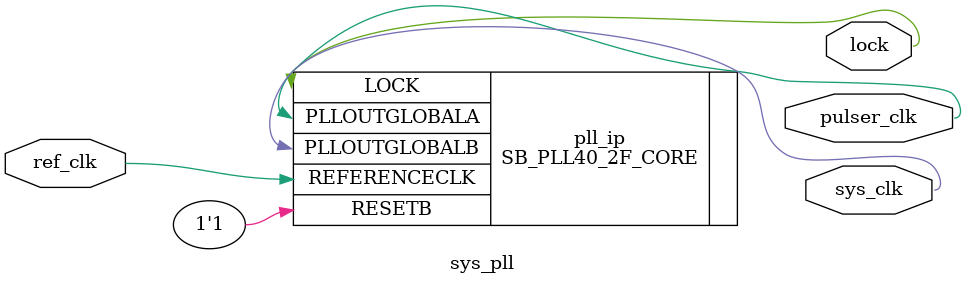
<source format=v>

`timescale 1ns / 1ps

module sys_pll (
    inout  ref_clk,
    output pulser_clk,
    output sys_clk,
    output lock
);

`ifdef SIM
    reg pulser_clk_drv = 1'b0;
    always #(500.0/127.5) pulser_clk_drv <= ~pulser_clk_drv;
    assign pulser_clk = pulser_clk_drv;

    reg sys_clk_drv = 1'b0;
    always #(500.0/63.75) sys_clk_drv <= ~sys_clk_drv;
    assign sys_clk = sys_clk_drv;

    reg pll_lock = 1'b0;
    initial #(100) pll_lock <= 1'b1;
    assign lock = pll_lock;
`else
SB_PLL40_2F_CORE #(
    .DIVR (4'b0000),
    .DIVF (7'b1010100),
    .DIVQ (3'b011),
    .FILTER_RANGE (3'b001),
    .FEEDBACK_PATH ("SIMPLE"),
    .PLLOUT_SELECT_PORTA ("GENCLK"),
    .PLLOUT_SELECT_PORTB ("GENCLK_HALF")
) pll_ip (
    .LOCK          (lock),
    .RESETB        (1'b1),
    .REFERENCECLK  (ref_clk),
    .PLLOUTGLOBALA (pulser_clk),
    .PLLOUTGLOBALB (sys_clk)
);
`endif

endmodule

</source>
